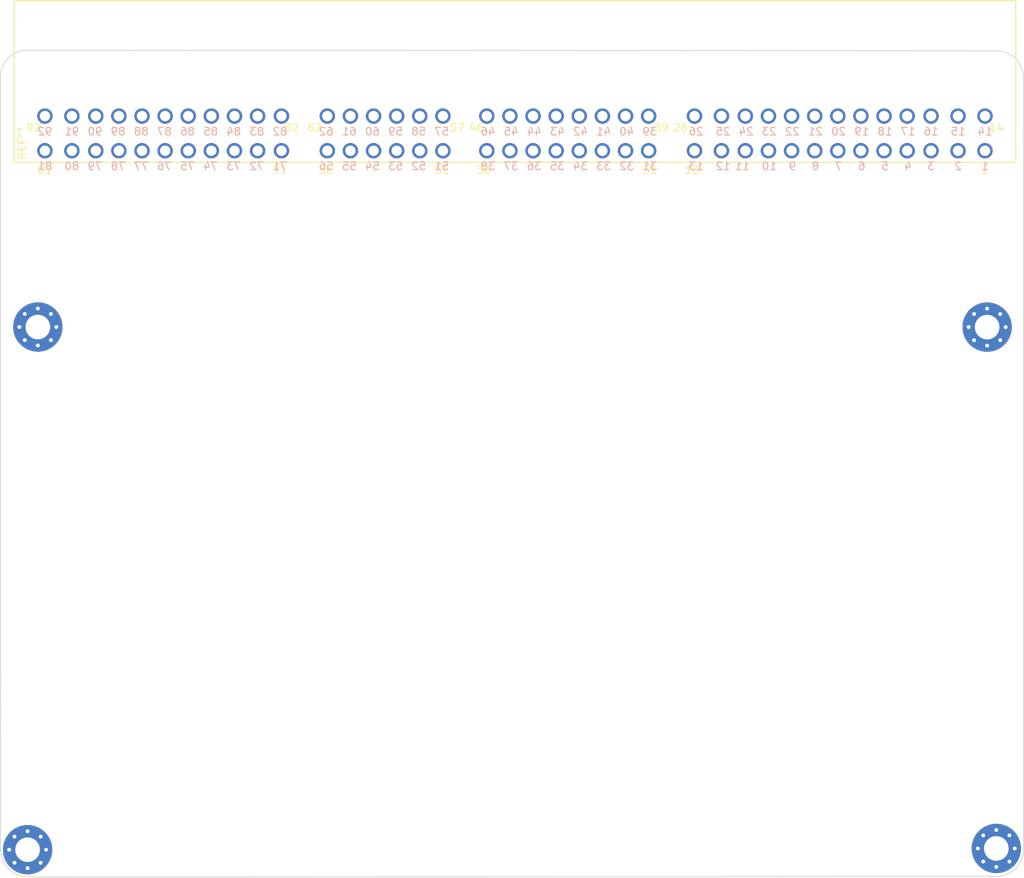
<source format=kicad_pcb>
(kicad_pcb (version 20241229) (generator "pcbnew") (generator_version "9.0")
  (title_block (title "UAEFI") (date "2024-08-15") (rev "D"))
  (layers (0 "F.Cu" signal) (4 "In1.Cu" signal) (6 "In2.Cu" signal) (2 "B.Cu" signal) (13 "F.Paste" user) (15 "B.Paste" user) (5 "F.SilkS" user "F.Silkscreen") (7 "B.SilkS" user "B.Silkscreen") (1 "F.Mask" user) (3 "B.Mask" user) (25 "Edge.Cuts" user))
  (net 0 "")
  (net 1 "GND")
  (footprint "MountingHole:MountingHole_3.2mm_M3_Pad_Via" (layer "F.Cu") (at 68.02 65.6)
    (property "Reference" "H1" (hide yes))
    (property "Value" "M3" (hide yes))
    (pad "1" thru_hole circle (at -2.4 0) (size 0.8 0.8) (drill 0.5) (layers "*.Cu" "*.Mask"))
    (pad "1" thru_hole circle (at -1.697056 -1.697056) (size 0.8 0.8) (drill 0.5) (layers "*.Cu" "*.Mask"))
    (pad "1" thru_hole circle (at -1.697056 1.697056) (size 0.8 0.8) (drill 0.5) (layers "*.Cu" "*.Mask"))
    (pad "1" thru_hole circle (at 0 -2.4) (size 0.8 0.8) (drill 0.5) (layers "*.Cu" "*.Mask"))
    (pad "1" thru_hole circle (at 0 0) (size 6.4 6.4) (drill 3.2) (layers "*.Cu" "*.Mask"))
    (pad "1" thru_hole circle (at 0 2.4) (size 0.8 0.8) (drill 0.5) (layers "*.Cu" "*.Mask"))
    (pad "1" thru_hole circle (at 1.697056 -1.697056) (size 0.8 0.8) (drill 0.5) (layers "*.Cu" "*.Mask"))
    (pad "1" thru_hole circle (at 1.697056 1.697056) (size 0.8 0.8) (drill 0.5) (layers "*.Cu" "*.Mask"))
    (pad "1" thru_hole circle (at 2.4 0) (size 0.8 0.8) (drill 0.5) (layers "*.Cu" "*.Mask"))
  )
  (footprint "MountingHole:MountingHole_3.2mm_M3_Pad_Via" (layer "F.Cu") (at 191.22 65.61)
    (property "Reference" "H4" (hide yes))
    (property "Value" "M3" (hide yes))
    (pad "1" thru_hole circle (at -2.4 0) (size 0.8 0.8) (drill 0.5) (layers "*.Cu" "*.Mask"))
    (pad "1" thru_hole circle (at -1.697056 -1.697056) (size 0.8 0.8) (drill 0.5) (layers "*.Cu" "*.Mask"))
    (pad "1" thru_hole circle (at -1.697056 1.697056) (size 0.8 0.8) (drill 0.5) (layers "*.Cu" "*.Mask"))
    (pad "1" thru_hole circle (at 0 -2.4) (size 0.8 0.8) (drill 0.5) (layers "*.Cu" "*.Mask"))
    (pad "1" thru_hole circle (at 0 0) (size 6.4 6.4) (drill 3.2) (layers "*.Cu" "*.Mask"))
    (pad "1" thru_hole circle (at 0 2.4) (size 0.8 0.8) (drill 0.5) (layers "*.Cu" "*.Mask"))
    (pad "1" thru_hole circle (at 1.697056 -1.697056) (size 0.8 0.8) (drill 0.5) (layers "*.Cu" "*.Mask"))
    (pad "1" thru_hole circle (at 1.697056 1.697056) (size 0.8 0.8) (drill 0.5) (layers "*.Cu" "*.Mask"))
    (pad "1" thru_hole circle (at 2.4 0) (size 0.8 0.8) (drill 0.5) (layers "*.Cu" "*.Mask"))
  )
  (footprint "MountingHole:MountingHole_3.2mm_M3_Pad_Via" (layer "F.Cu") (at 66.69 133.47)
    (property "Reference" "H2" (hide yes))
    (property "Value" "M3" (hide yes))
    (pad "1" thru_hole circle (at -2.4 0) (size 0.8 0.8) (drill 0.5) (layers "*.Cu" "*.Mask"))
    (pad "1" thru_hole circle (at -1.697056 -1.697056) (size 0.8 0.8) (drill 0.5) (layers "*.Cu" "*.Mask"))
    (pad "1" thru_hole circle (at -1.697056 1.697056) (size 0.8 0.8) (drill 0.5) (layers "*.Cu" "*.Mask"))
    (pad "1" thru_hole circle (at 0 -2.4) (size 0.8 0.8) (drill 0.5) (layers "*.Cu" "*.Mask"))
    (pad "1" thru_hole circle (at 0 0) (size 6.4 6.4) (drill 3.2) (layers "*.Cu" "*.Mask"))
    (pad "1" thru_hole circle (at 0 2.4) (size 0.8 0.8) (drill 0.5) (layers "*.Cu" "*.Mask"))
    (pad "1" thru_hole circle (at 1.697056 -1.697056) (size 0.8 0.8) (drill 0.5) (layers "*.Cu" "*.Mask"))
    (pad "1" thru_hole circle (at 1.697056 1.697056) (size 0.8 0.8) (drill 0.5) (layers "*.Cu" "*.Mask"))
    (pad "1" thru_hole circle (at 2.4 0) (size 0.8 0.8) (drill 0.5) (layers "*.Cu" "*.Mask"))
  )
  (footprint "kicad6-libraries:TE-3-178780-6" (layer "F.Cu") (at 68.94 38.21)
    (property "Reference" "REF**" (at -3 3.5 90) (layer "F.SilkS"))
    (property "Value" "TE-3-178780-6")
    (fp_line (start -4 -15) (end 126 -15) (stroke (width 0.15)) (layer "F.SilkS"))
    (fp_line (start -4 6) (end -4 -15) (stroke (width 0.15)) (layer "F.SilkS"))
    (fp_line (start 126 -15) (end 126 6) (stroke (width 0.15)) (layer "F.SilkS"))
    (fp_line (start 126 6) (end -4 6) (stroke (width 0.15)) (layer "F.SilkS"))
    (fp_text user "1" (at 122 7 0) (layer "F.SilkS"))
    (fp_text user "38" (at 57 7 0) (layer "F.SilkS"))
    (fp_text user "56" (at 36.5 7 0) (layer "F.SilkS"))
    (fp_text user "62" (at 35 1.5 0) (layer "F.SilkS"))
    (fp_text user "26" (at 82.5 1.5 0) (layer "F.SilkS"))
    (fp_text user "81" (at 0 7 0) (layer "F.SilkS"))
    (fp_text user "39" (at 80 1.5 0) (layer "F.SilkS"))
    (fp_text user "51" (at 51.5 7 0) (layer "F.SilkS"))
    (fp_text user "14" (at 123.5 1.5 0) (layer "F.SilkS"))
    (fp_text user "46" (at 56 1.5 0) (layer "F.SilkS"))
    (fp_text user "13" (at 84 7 0) (layer "F.SilkS"))
    (fp_text user "71" (at 30.5 7 0) (layer "F.SilkS"))
    (fp_text user "82" (at 32 1.5 0) (layer "F.SilkS"))
    (fp_text user "57" (at 53.5 1.5 0) (layer "F.SilkS"))
    (fp_text user "92" (at -1.5 1.5 0) (layer "F.SilkS"))
    (fp_text user "31" (at 78.5 7 0) (layer "F.SilkS"))
    (fp_text user "44" (at 63.5 2 0) (layer "B.SilkS") (effects (justify mirror)))
    (fp_text user "34" (at 69.5 6.5 0) (layer "B.SilkS") (effects (justify mirror)))
    (fp_text user "71" (at 30.5 6.5 0) (layer "B.SilkS") (effects (justify mirror)))
    (fp_text user "15" (at 118.5 2 0) (layer "B.SilkS") (effects (justify mirror)))
    (fp_text user "74" (at 21.5 6.5 0) (layer "B.SilkS") (effects (justify mirror)))
    (fp_text user "91" (at 3.5 2 0) (layer "B.SilkS") (effects (justify mirror)))
    (fp_text user "89" (at 9.5 2 0) (layer "B.SilkS") (effects (justify mirror)))
    (fp_text user "20" (at 103 2 0) (layer "B.SilkS") (effects (justify mirror)))
    (fp_text user "52" (at 48.5 6.5 0) (layer "B.SilkS") (effects (justify mirror)))
    (fp_text user "56" (at 36.5 6.5 0) (layer "B.SilkS") (effects (justify mirror)))
    (fp_text user "18" (at 109 2 0) (layer "B.SilkS") (effects (justify mirror)))
    (fp_text user "10" (at 94 6.5 0) (layer "B.SilkS") (effects (justify mirror)))
    (fp_text user "21" (at 100 2 0) (layer "B.SilkS") (effects (justify mirror)))
    (fp_text user "90" (at 6.5 2 0) (layer "B.SilkS") (effects (justify mirror)))
    (fp_text user "54" (at 42.5 6.5 0) (layer "B.SilkS") (effects (justify mirror)))
    (fp_text user "73" (at 24.5 6.5 0) (layer "B.SilkS") (effects (justify mirror)))
    (fp_text user "61" (at 39.5 2 0) (layer "B.SilkS") (effects (justify mirror)))
    (fp_text user "45" (at 60.5 2 0) (layer "B.SilkS") (effects (justify mirror)))
    (fp_text user "7" (at 103 6.5 0) (layer "B.SilkS") (effects (justify mirror)))
    (fp_text user "79" (at 6.5 6.5 0) (layer "B.SilkS") (effects (justify mirror)))
    (fp_text user "53" (at 45.5 6.5 0) (layer "B.SilkS") (effects (justify mirror)))
    (fp_text user "92" (at 0 2 0) (layer "B.SilkS") (effects (justify mirror)))
    (fp_text user "1" (at 122 6.5 0) (layer "B.SilkS") (effects (justify mirror)))
    (fp_text user "5" (at 109 6.5 0) (layer "B.SilkS") (effects (justify mirror)))
    (fp_text user "60" (at 42.5 2 0) (layer "B.SilkS") (effects (justify mirror)))
    (fp_text user "33" (at 72.5 6.5 0) (layer "B.SilkS") (effects (justify mirror)))
    (fp_text user "39" (at 78.5 2 0) (layer "B.SilkS") (effects (justify mirror)))
    (fp_text user "81" (at 0 6.5 0) (layer "B.SilkS") (effects (justify mirror)))
    (fp_text user "42" (at 69.5 2 0) (layer "B.SilkS") (effects (justify mirror)))
    (fp_text user "31" (at 78.5 6.5 0) (layer "B.SilkS") (effects (justify mirror)))
    (fp_text user "85" (at 21.5 2 0) (layer "B.SilkS") (effects (justify mirror)))
    (fp_text user "26" (at 84.5 2 0) (layer "B.SilkS") (effects (justify mirror)))
    (fp_text user "78" (at 9.5 6.5 0) (layer "B.SilkS") (effects (justify mirror)))
    (fp_text user "72" (at 27.5 6.5 0) (layer "B.SilkS") (effects (justify mirror)))
    (fp_text user "4" (at 112 6.5 0) (layer "B.SilkS") (effects (justify mirror)))
    (fp_text user "38" (at 57.5 6.5 0) (layer "B.SilkS") (effects (justify mirror)))
    (fp_text user "83" (at 27.5 2 0) (layer "B.SilkS") (effects (justify mirror)))
    (fp_text user "32" (at 75.5 6.5 0) (layer "B.SilkS") (effects (justify mirror)))
    (fp_text user "75" (at 18.5 6.5 0) (layer "B.SilkS") (effects (justify mirror)))
    (fp_text user "46" (at 57.5 2 0) (layer "B.SilkS") (effects (justify mirror)))
    (fp_text user "88" (at 12.5 2 0) (layer "B.SilkS") (effects (justify mirror)))
    (fp_text user "82" (at 30.5 2 0) (layer "B.SilkS") (effects (justify mirror)))
    (fp_text user "2" (at 118.5 6.5 0) (layer "B.SilkS") (effects (justify mirror)))
    (fp_text user "25" (at 88 2 0) (layer "B.SilkS") (effects (justify mirror)))
    (fp_text user "12" (at 88 6.5 0) (layer "B.SilkS") (effects (justify mirror)))
    (fp_text user "9" (at 97 6.5 0) (layer "B.SilkS") (effects (justify mirror)))
    (fp_text user "14" (at 122 2 0) (layer "B.SilkS") (effects (justify mirror)))
    (fp_text user "16" (at 115 2 0) (layer "B.SilkS") (effects (justify mirror)))
    (fp_text user "59" (at 45.5 2 0) (layer "B.SilkS") (effects (justify mirror)))
    (fp_text user "23" (at 94 2 0) (layer "B.SilkS") (effects (justify mirror)))
    (fp_text user "24" (at 91 2 0) (layer "B.SilkS") (effects (justify mirror)))
    (fp_text user "58" (at 48.5 2 0) (layer "B.SilkS") (effects (justify mirror)))
    (fp_text user "8" (at 100 6.5 0) (layer "B.SilkS") (effects (justify mirror)))
    (fp_text user "43" (at 66.5 2 0) (layer "B.SilkS") (effects (justify mirror)))
    (fp_text user "51" (at 51.5 6.5 0) (layer "B.SilkS") (effects (justify mirror)))
    (fp_text user "80" (at 3.5 6.5 0) (layer "B.SilkS") (effects (justify mirror)))
    (fp_text user "84" (at 24.5 2 0) (layer "B.SilkS") (effects (justify mirror)))
    (fp_text user "57" (at 51.5 2 0) (layer "B.SilkS") (effects (justify mirror)))
    (fp_text user "35" (at 66.5 6.5 0) (layer "B.SilkS") (effects (justify mirror)))
    (fp_text user "11" (at 90.5 6.5 0) (layer "B.SilkS") (effects (justify mirror)))
    (fp_text user "41" (at 72.5 2 0) (layer "B.SilkS") (effects (justify mirror)))
    (fp_text user "36" (at 63.5 6.5 0) (layer "B.SilkS") (effects (justify mirror)))
    (fp_text user "17" (at 112 2 0) (layer "B.SilkS") (effects (justify mirror)))
    (fp_text user "6" (at 106 6.5 0) (layer "B.SilkS") (effects (justify mirror)))
    (fp_text user "86" (at 18.5 2 0) (layer "B.SilkS") (effects (justify mirror)))
    (fp_text user "77" (at 12.5 6.5 0) (layer "B.SilkS") (effects (justify mirror)))
    (fp_text user "87" (at 15.5 2 0) (layer "B.SilkS") (effects (justify mirror)))
    (fp_text user "3" (at 115 6.5 0) (layer "B.SilkS") (effects (justify mirror)))
    (fp_text user "55" (at 39.5 6.5 0) (layer "B.SilkS") (effects (justify mirror)))
    (fp_text user "19" (at 106 2 0) (layer "B.SilkS") (effects (justify mirror)))
    (fp_text user "76" (at 15.5 6.5 0) (layer "B.SilkS") (effects (justify mirror)))
    (fp_text user "37" (at 60.5 6.5 0) (layer "B.SilkS") (effects (justify mirror)))
    (fp_text user "13" (at 84.5 6.5 0) (layer "B.SilkS") (effects (justify mirror)))
    (fp_text user "22" (at 97 2 0) (layer "B.SilkS") (effects (justify mirror)))
    (fp_text user "62" (at 36.5 2 0) (layer "B.SilkS") (effects (justify mirror)))
    (fp_text user "40" (at 75.5 2 0) (layer "B.SilkS") (effects (justify mirror)))
    (pad "" np_thru_hole circle (at -0.65 -5.7) (size 3.5 3.5) (drill 3.5) (layers "*.Cu" "*.Mask"))
    (pad "" np_thru_hole circle (at 33.8 -5.7) (size 3.5 3.5) (drill 3.5) (layers "*.Cu" "*.Mask"))
    (pad "" np_thru_hole circle (at 81.2 -5.7) (size 3.5 3.5) (drill 3.5) (layers "*.Cu" "*.Mask"))
    (pad "" np_thru_hole circle (at 122.65 -5.7) (size 3.5 3.5) (drill 3.5) (layers "*.Cu" "*.Mask"))
    (pad "1" thru_hole circle (at 122 4.5) (size 2 2) (drill 1.35) (layers "*.Cu" "*.Mask"))
    (pad "2" thru_hole circle (at 118.5 4.5) (size 2 2) (drill 1.35) (layers "*.Cu" "*.Mask"))
    (pad "3" thru_hole circle (at 115 4.5) (size 2 2) (drill 1.35) (layers "*.Cu" "*.Mask"))
    (pad "4" thru_hole circle (at 111.9 4.5) (size 2 2) (drill 1.35) (layers "*.Cu" "*.Mask"))
    (pad "5" thru_hole circle (at 108.9 4.5) (size 2 2) (drill 1.35) (layers "*.Cu" "*.Mask"))
    (pad "6" thru_hole circle (at 105.9 4.5) (size 2 2) (drill 1.35) (layers "*.Cu" "*.Mask"))
    (pad "7" thru_hole circle (at 102.9 4.5) (size 2 2) (drill 1.35) (layers "*.Cu" "*.Mask"))
    (pad "8" thru_hole circle (at 99.9 4.5) (size 2 2) (drill 1.35) (layers "*.Cu" "*.Mask"))
    (pad "9" thru_hole circle (at 96.9 4.5) (size 2 2) (drill 1.35) (layers "*.Cu" "*.Mask"))
    (pad "10" thru_hole circle (at 93.9 4.5) (size 2 2) (drill 1.35) (layers "*.Cu" "*.Mask"))
    (pad "11" thru_hole circle (at 90.9 4.5) (size 2 2) (drill 1.35) (layers "*.Cu" "*.Mask"))
    (pad "12" thru_hole circle (at 87.8 4.5) (size 2 2) (drill 1.35) (layers "*.Cu" "*.Mask"))
    (pad "13" thru_hole circle (at 84.3 4.5) (size 2 2) (drill 1.35) (layers "*.Cu" "*.Mask"))
    (pad "14" thru_hole circle (at 122 0) (size 2 2) (drill 1.35) (layers "*.Cu" "*.Mask"))
    (pad "15" thru_hole circle (at 118.5 0) (size 2 2) (drill 1.35) (layers "*.Cu" "*.Mask"))
    (pad "16" thru_hole circle (at 115 0) (size 2 2) (drill 1.35) (layers "*.Cu" "*.Mask"))
    (pad "17" thru_hole circle (at 111.9 0) (size 2 2) (drill 1.35) (layers "*.Cu" "*.Mask"))
    (pad "18" thru_hole circle (at 108.9 0) (size 2 2) (drill 1.35) (layers "*.Cu" "*.Mask"))
    (pad "19" thru_hole circle (at 105.9 0) (size 2 2) (drill 1.35) (layers "*.Cu" "*.Mask"))
    (pad "20" thru_hole circle (at 102.9 0) (size 2 2) (drill 1.35) (layers "*.Cu" "*.Mask"))
    (pad "21" thru_hole circle (at 99.9 0) (size 2 2) (drill 1.35) (layers "*.Cu" "*.Mask"))
    (pad "22" thru_hole circle (at 96.9 0) (size 2 2) (drill 1.35) (layers "*.Cu" "*.Mask"))
    (pad "23" thru_hole circle (at 93.9 0) (size 2 2) (drill 1.35) (layers "*.Cu" "*.Mask"))
    (pad "24" thru_hole circle (at 90.9 0) (size 2 2) (drill 1.35) (layers "*.Cu" "*.Mask"))
    (pad "25" thru_hole circle (at 87.8 0) (size 2 2) (drill 1.35) (layers "*.Cu" "*.Mask"))
    (pad "26" thru_hole circle (at 84.3 0) (size 2 2) (drill 1.35) (layers "*.Cu" "*.Mask"))
    (pad "31" thru_hole circle (at 78.35 4.5) (size 2 2) (drill 1.35) (layers "*.Cu" "*.Mask"))
    (pad "32" thru_hole circle (at 75.35 4.5) (size 2 2) (drill 1.35) (layers "*.Cu" "*.Mask"))
    (pad "33" thru_hole circle (at 72.35 4.5) (size 2 2) (drill 1.35) (layers "*.Cu" "*.Mask"))
    (pad "34" thru_hole circle (at 69.35 4.5) (size 2 2) (drill 1.35) (layers "*.Cu" "*.Mask"))
    (pad "35" thru_hole circle (at 66.35 4.5) (size 2 2) (drill 1.35) (layers "*.Cu" "*.Mask"))
    (pad "36" thru_hole circle (at 63.35 4.5) (size 2 2) (drill 1.35) (layers "*.Cu" "*.Mask"))
    (pad "37" thru_hole circle (at 60.35 4.5) (size 2 2) (drill 1.35) (layers "*.Cu" "*.Mask"))
    (pad "38" thru_hole circle (at 57.35 4.5) (size 2 2) (drill 1.35) (layers "*.Cu" "*.Mask"))
    (pad "39" thru_hole circle (at 78.35 0) (size 2 2) (drill 1.35) (layers "*.Cu" "*.Mask"))
    (pad "40" thru_hole circle (at 75.35 0) (size 2 2) (drill 1.35) (layers "*.Cu" "*.Mask"))
    (pad "41" thru_hole circle (at 72.35 0) (size 2 2) (drill 1.35) (layers "*.Cu" "*.Mask"))
    (pad "42" thru_hole circle (at 69.35 0) (size 2 2) (drill 1.35) (layers "*.Cu" "*.Mask"))
    (pad "43" thru_hole circle (at 66.35 0) (size 2 2) (drill 1.35) (layers "*.Cu" "*.Mask"))
    (pad "44" thru_hole circle (at 63.35 0) (size 2 2) (drill 1.35) (layers "*.Cu" "*.Mask"))
    (pad "45" thru_hole circle (at 60.35 0) (size 2 2) (drill 1.35) (layers "*.Cu" "*.Mask"))
    (pad "46" thru_hole circle (at 57.35 0) (size 2 2) (drill 1.35) (layers "*.Cu" "*.Mask"))
    (pad "51" thru_hole circle (at 51.65 4.5) (size 2 2) (drill 1.35) (layers "*.Cu" "*.Mask"))
    (pad "52" thru_hole circle (at 48.65 4.5) (size 2 2) (drill 1.35) (layers "*.Cu" "*.Mask"))
    (pad "53" thru_hole circle (at 45.65 4.5) (size 2 2) (drill 1.35) (layers "*.Cu" "*.Mask"))
    (pad "54" thru_hole circle (at 42.65 4.5) (size 2 2) (drill 1.35) (layers "*.Cu" "*.Mask"))
    (pad "55" thru_hole circle (at 39.65 4.5) (size 2 2) (drill 1.35) (layers "*.Cu" "*.Mask"))
    (pad "56" thru_hole circle (at 36.65 4.5) (size 2 2) (drill 1.35) (layers "*.Cu" "*.Mask"))
    (pad "57" thru_hole circle (at 51.65 0) (size 2 2) (drill 1.35) (layers "*.Cu" "*.Mask"))
    (pad "58" thru_hole circle (at 48.65 0) (size 2 2) (drill 1.35) (layers "*.Cu" "*.Mask"))
    (pad "59" thru_hole circle (at 45.65 0) (size 2 2) (drill 1.35) (layers "*.Cu" "*.Mask"))
    (pad "60" thru_hole circle (at 42.65 0) (size 2 2) (drill 1.35) (layers "*.Cu" "*.Mask"))
    (pad "61" thru_hole circle (at 39.65 0) (size 2 2) (drill 1.35) (layers "*.Cu" "*.Mask"))
    (pad "62" thru_hole circle (at 36.65 0) (size 2 2) (drill 1.35) (layers "*.Cu" "*.Mask"))
    (pad "71" thru_hole circle (at 30.7 4.5) (size 2 2) (drill 1.35) (layers "*.Cu" "*.Mask"))
    (pad "72" thru_hole circle (at 27.6 4.5) (size 2 2) (drill 1.35) (layers "*.Cu" "*.Mask"))
    (pad "73" thru_hole circle (at 24.6 4.5) (size 2 2) (drill 1.35) (layers "*.Cu" "*.Mask"))
    (pad "74" thru_hole circle (at 21.6 4.5) (size 2 2) (drill 1.35) (layers "*.Cu" "*.Mask"))
    (pad "75" thru_hole circle (at 18.6 4.5) (size 2 2) (drill 1.35) (layers "*.Cu" "*.Mask"))
    (pad "76" thru_hole circle (at 15.6 4.5) (size 2 2) (drill 1.35) (layers "*.Cu" "*.Mask"))
    (pad "77" thru_hole circle (at 12.6 4.5) (size 2 2) (drill 1.35) (layers "*.Cu" "*.Mask"))
    (pad "78" thru_hole circle (at 9.6 4.5) (size 2 2) (drill 1.35) (layers "*.Cu" "*.Mask"))
    (pad "79" thru_hole circle (at 6.6 4.5) (size 2 2) (drill 1.35) (layers "*.Cu" "*.Mask"))
    (pad "80" thru_hole circle (at 3.5 4.5) (size 2 2) (drill 1.35) (layers "*.Cu" "*.Mask"))
    (pad "81" thru_hole circle (at 0 4.5) (size 2 2) (drill 1.35) (layers "*.Cu" "*.Mask"))
    (pad "82" thru_hole circle (at 30.7 0) (size 2 2) (drill 1.35) (layers "*.Cu" "*.Mask"))
    (pad "83" thru_hole circle (at 27.6 0) (size 2 2) (drill 1.35) (layers "*.Cu" "*.Mask"))
    (pad "84" thru_hole circle (at 24.6 0) (size 2 2) (drill 1.35) (layers "*.Cu" "*.Mask"))
    (pad "85" thru_hole circle (at 21.6 0) (size 2 2) (drill 1.35) (layers "*.Cu" "*.Mask"))
    (pad "86" thru_hole circle (at 18.6 0) (size 2 2) (drill 1.35) (layers "*.Cu" "*.Mask"))
    (pad "87" thru_hole circle (at 15.6 0) (size 2 2) (drill 1.35) (layers "*.Cu" "*.Mask"))
    (pad "88" thru_hole circle (at 12.6 0) (size 2 2) (drill 1.35) (layers "*.Cu" "*.Mask"))
    (pad "89" thru_hole circle (at 9.6 0) (size 2 2) (drill 1.35) (layers "*.Cu" "*.Mask"))
    (pad "90" thru_hole circle (at 6.6 0) (size 2 2) (drill 1.35) (layers "*.Cu" "*.Mask"))
    (pad "91" thru_hole circle (at 3.5 0) (size 2 2) (drill 1.35) (layers "*.Cu" "*.Mask"))
    (pad "92" thru_hole circle (at 0 0) (size 2 2) (drill 1.35) (layers "*.Cu" "*.Mask"))
  )
  (footprint "MountingHole:MountingHole_3.2mm_M3_Pad_Via" (layer "F.Cu") (at 192.41 133.31)
    (property "Reference" "H3" (hide yes))
    (property "Value" "M3" (hide yes))
    (pad "1" thru_hole circle (at -2.4 0) (size 0.8 0.8) (drill 0.5) (layers "*.Cu" "*.Mask"))
    (pad "1" thru_hole circle (at -1.697056 -1.697056) (size 0.8 0.8) (drill 0.5) (layers "*.Cu" "*.Mask"))
    (pad "1" thru_hole circle (at -1.697056 1.697056) (size 0.8 0.8) (drill 0.5) (layers "*.Cu" "*.Mask"))
    (pad "1" thru_hole circle (at 0 -2.4) (size 0.8 0.8) (drill 0.5) (layers "*.Cu" "*.Mask"))
    (pad "1" thru_hole circle (at 0 0) (size 6.4 6.4) (drill 3.2) (layers "*.Cu" "*.Mask"))
    (pad "1" thru_hole circle (at 0 2.4) (size 0.8 0.8) (drill 0.5) (layers "*.Cu" "*.Mask"))
    (pad "1" thru_hole circle (at 1.697056 -1.697056) (size 0.8 0.8) (drill 0.5) (layers "*.Cu" "*.Mask"))
    (pad "1" thru_hole circle (at 1.697056 1.697056) (size 0.8 0.8) (drill 0.5) (layers "*.Cu" "*.Mask"))
    (pad "1" thru_hole circle (at 2.4 0) (size 0.8 0.8) (drill 0.5) (layers "*.Cu" "*.Mask"))
  )
  (gr_arc (start 63.16 33.154874) (mid 64.185126 30.68) (end 66.66 29.654874) (stroke (width 0.1)) (layer "Edge.Cuts"))
  (gr_arc (start 195.964689 133.415126) (mid 194.933833 135.903833) (end 192.445126 136.934689) (stroke (width 0.1)) (layer "Edge.Cuts"))
  (gr_line (start 195.945125 133.415126) (end 195.93 33.228952) (stroke (width 0.1)) (layer "Edge.Cuts"))
  (gr_line (start 63.16 33.15487) (end 63.19 133.47) (stroke (width 0.1)) (layer "Edge.Cuts"))
  (gr_line (start 192.43 29.73) (end 66.66 29.654874) (stroke (width 0.1)) (layer "Edge.Cuts"))
  (gr_arc (start 66.69 136.97) (mid 64.215126 135.944874) (end 63.19 133.47) (stroke (width 0.1)) (layer "Edge.Cuts"))
  (gr_arc (start 192.43 29.73) (mid 194.904874 30.755126) (end 195.93 33.23) (stroke (width 0.1)) (layer "Edge.Cuts"))
  (gr_line (start 66.863285 137.005599) (end 192.445126 136.934689) (stroke (width 0.1)) (layer "Edge.Cuts"))
)
</source>
